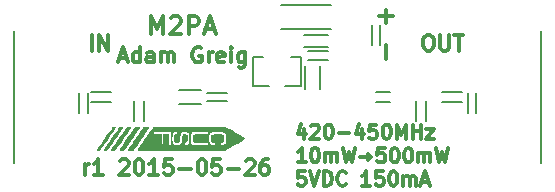
<source format=gto>
G04 #@! TF.FileFunction,Legend,Top*
%FSLAX46Y46*%
G04 Gerber Fmt 4.6, Leading zero omitted, Abs format (unit mm)*
G04 Created by KiCad (PCBNEW 0.201505031001+5637~23~ubuntu14.04.1-product) date Tue 26 May 2015 22:06:30 BST*
%MOMM*%
G01*
G04 APERTURE LIST*
%ADD10C,0.100000*%
%ADD11C,0.300000*%
%ADD12C,0.150000*%
G04 APERTURE END LIST*
D10*
D11*
X125645239Y-83716667D02*
X126264287Y-83716667D01*
X125521430Y-84088095D02*
X125954763Y-82788095D01*
X126388096Y-84088095D01*
X127378573Y-84088095D02*
X127378573Y-82788095D01*
X127378573Y-84026190D02*
X127254763Y-84088095D01*
X127007144Y-84088095D01*
X126883335Y-84026190D01*
X126821430Y-83964286D01*
X126759525Y-83840476D01*
X126759525Y-83469048D01*
X126821430Y-83345238D01*
X126883335Y-83283333D01*
X127007144Y-83221429D01*
X127254763Y-83221429D01*
X127378573Y-83283333D01*
X128554763Y-84088095D02*
X128554763Y-83407143D01*
X128492858Y-83283333D01*
X128369048Y-83221429D01*
X128121429Y-83221429D01*
X127997620Y-83283333D01*
X128554763Y-84026190D02*
X128430953Y-84088095D01*
X128121429Y-84088095D01*
X127997620Y-84026190D01*
X127935715Y-83902381D01*
X127935715Y-83778571D01*
X127997620Y-83654762D01*
X128121429Y-83592857D01*
X128430953Y-83592857D01*
X128554763Y-83530952D01*
X129173810Y-84088095D02*
X129173810Y-83221429D01*
X129173810Y-83345238D02*
X129235715Y-83283333D01*
X129359524Y-83221429D01*
X129545238Y-83221429D01*
X129669048Y-83283333D01*
X129730953Y-83407143D01*
X129730953Y-84088095D01*
X129730953Y-83407143D02*
X129792857Y-83283333D01*
X129916667Y-83221429D01*
X130102381Y-83221429D01*
X130226191Y-83283333D01*
X130288096Y-83407143D01*
X130288096Y-84088095D01*
X132578571Y-82850000D02*
X132454762Y-82788095D01*
X132269047Y-82788095D01*
X132083333Y-82850000D01*
X131959524Y-82973810D01*
X131897619Y-83097619D01*
X131835714Y-83345238D01*
X131835714Y-83530952D01*
X131897619Y-83778571D01*
X131959524Y-83902381D01*
X132083333Y-84026190D01*
X132269047Y-84088095D01*
X132392857Y-84088095D01*
X132578571Y-84026190D01*
X132640476Y-83964286D01*
X132640476Y-83530952D01*
X132392857Y-83530952D01*
X133197619Y-84088095D02*
X133197619Y-83221429D01*
X133197619Y-83469048D02*
X133259524Y-83345238D01*
X133321428Y-83283333D01*
X133445238Y-83221429D01*
X133569047Y-83221429D01*
X134497619Y-84026190D02*
X134373809Y-84088095D01*
X134126190Y-84088095D01*
X134002381Y-84026190D01*
X133940476Y-83902381D01*
X133940476Y-83407143D01*
X134002381Y-83283333D01*
X134126190Y-83221429D01*
X134373809Y-83221429D01*
X134497619Y-83283333D01*
X134559524Y-83407143D01*
X134559524Y-83530952D01*
X133940476Y-83654762D01*
X135116667Y-84088095D02*
X135116667Y-83221429D01*
X135116667Y-82788095D02*
X135054762Y-82850000D01*
X135116667Y-82911905D01*
X135178572Y-82850000D01*
X135116667Y-82788095D01*
X135116667Y-82911905D01*
X136292858Y-83221429D02*
X136292858Y-84273810D01*
X136230953Y-84397619D01*
X136169048Y-84459524D01*
X136045239Y-84521429D01*
X135859524Y-84521429D01*
X135735715Y-84459524D01*
X136292858Y-84026190D02*
X136169048Y-84088095D01*
X135921429Y-84088095D01*
X135797620Y-84026190D01*
X135735715Y-83964286D01*
X135673810Y-83840476D01*
X135673810Y-83469048D01*
X135735715Y-83345238D01*
X135797620Y-83283333D01*
X135921429Y-83221429D01*
X136169048Y-83221429D01*
X136292858Y-83283333D01*
X122730954Y-93588095D02*
X122730954Y-92721429D01*
X122730954Y-92969048D02*
X122792859Y-92845238D01*
X122854763Y-92783333D01*
X122978573Y-92721429D01*
X123102382Y-92721429D01*
X124216668Y-93588095D02*
X123473811Y-93588095D01*
X123845240Y-93588095D02*
X123845240Y-92288095D01*
X123721430Y-92473810D01*
X123597621Y-92597619D01*
X123473811Y-92659524D01*
X125702382Y-92411905D02*
X125764287Y-92350000D01*
X125888096Y-92288095D01*
X126197620Y-92288095D01*
X126321430Y-92350000D01*
X126383334Y-92411905D01*
X126445239Y-92535714D01*
X126445239Y-92659524D01*
X126383334Y-92845238D01*
X125640477Y-93588095D01*
X126445239Y-93588095D01*
X127250001Y-92288095D02*
X127373810Y-92288095D01*
X127497620Y-92350000D01*
X127559525Y-92411905D01*
X127621429Y-92535714D01*
X127683334Y-92783333D01*
X127683334Y-93092857D01*
X127621429Y-93340476D01*
X127559525Y-93464286D01*
X127497620Y-93526190D01*
X127373810Y-93588095D01*
X127250001Y-93588095D01*
X127126191Y-93526190D01*
X127064287Y-93464286D01*
X127002382Y-93340476D01*
X126940477Y-93092857D01*
X126940477Y-92783333D01*
X127002382Y-92535714D01*
X127064287Y-92411905D01*
X127126191Y-92350000D01*
X127250001Y-92288095D01*
X128921429Y-93588095D02*
X128178572Y-93588095D01*
X128550001Y-93588095D02*
X128550001Y-92288095D01*
X128426191Y-92473810D01*
X128302382Y-92597619D01*
X128178572Y-92659524D01*
X130097619Y-92288095D02*
X129478572Y-92288095D01*
X129416667Y-92907143D01*
X129478572Y-92845238D01*
X129602381Y-92783333D01*
X129911905Y-92783333D01*
X130035715Y-92845238D01*
X130097619Y-92907143D01*
X130159524Y-93030952D01*
X130159524Y-93340476D01*
X130097619Y-93464286D01*
X130035715Y-93526190D01*
X129911905Y-93588095D01*
X129602381Y-93588095D01*
X129478572Y-93526190D01*
X129416667Y-93464286D01*
X130716667Y-93092857D02*
X131707143Y-93092857D01*
X132573810Y-92288095D02*
X132697619Y-92288095D01*
X132821429Y-92350000D01*
X132883334Y-92411905D01*
X132945238Y-92535714D01*
X133007143Y-92783333D01*
X133007143Y-93092857D01*
X132945238Y-93340476D01*
X132883334Y-93464286D01*
X132821429Y-93526190D01*
X132697619Y-93588095D01*
X132573810Y-93588095D01*
X132450000Y-93526190D01*
X132388096Y-93464286D01*
X132326191Y-93340476D01*
X132264286Y-93092857D01*
X132264286Y-92783333D01*
X132326191Y-92535714D01*
X132388096Y-92411905D01*
X132450000Y-92350000D01*
X132573810Y-92288095D01*
X134183333Y-92288095D02*
X133564286Y-92288095D01*
X133502381Y-92907143D01*
X133564286Y-92845238D01*
X133688095Y-92783333D01*
X133997619Y-92783333D01*
X134121429Y-92845238D01*
X134183333Y-92907143D01*
X134245238Y-93030952D01*
X134245238Y-93340476D01*
X134183333Y-93464286D01*
X134121429Y-93526190D01*
X133997619Y-93588095D01*
X133688095Y-93588095D01*
X133564286Y-93526190D01*
X133502381Y-93464286D01*
X134802381Y-93092857D02*
X135792857Y-93092857D01*
X136350000Y-92411905D02*
X136411905Y-92350000D01*
X136535714Y-92288095D01*
X136845238Y-92288095D01*
X136969048Y-92350000D01*
X137030952Y-92411905D01*
X137092857Y-92535714D01*
X137092857Y-92659524D01*
X137030952Y-92845238D01*
X136288095Y-93588095D01*
X137092857Y-93588095D01*
X138207143Y-92288095D02*
X137959524Y-92288095D01*
X137835714Y-92350000D01*
X137773809Y-92411905D01*
X137650000Y-92597619D01*
X137588095Y-92845238D01*
X137588095Y-93340476D01*
X137650000Y-93464286D01*
X137711905Y-93526190D01*
X137835714Y-93588095D01*
X138083333Y-93588095D01*
X138207143Y-93526190D01*
X138269047Y-93464286D01*
X138330952Y-93340476D01*
X138330952Y-93030952D01*
X138269047Y-92907143D01*
X138207143Y-92845238D01*
X138083333Y-92783333D01*
X137835714Y-92783333D01*
X137711905Y-92845238D01*
X137650000Y-92907143D01*
X137588095Y-93030952D01*
X151700000Y-81788095D02*
X151947619Y-81788095D01*
X152071428Y-81850000D01*
X152195238Y-81973810D01*
X152257143Y-82221429D01*
X152257143Y-82654762D01*
X152195238Y-82902381D01*
X152071428Y-83026190D01*
X151947619Y-83088095D01*
X151700000Y-83088095D01*
X151576190Y-83026190D01*
X151452381Y-82902381D01*
X151390476Y-82654762D01*
X151390476Y-82221429D01*
X151452381Y-81973810D01*
X151576190Y-81850000D01*
X151700000Y-81788095D01*
X152814286Y-81788095D02*
X152814286Y-82840476D01*
X152876191Y-82964286D01*
X152938095Y-83026190D01*
X153061905Y-83088095D01*
X153309524Y-83088095D01*
X153433333Y-83026190D01*
X153495238Y-82964286D01*
X153557143Y-82840476D01*
X153557143Y-81788095D01*
X153990477Y-81788095D02*
X154733334Y-81788095D01*
X154361905Y-83088095D02*
X154361905Y-81788095D01*
X123319048Y-83088095D02*
X123319048Y-81788095D01*
X123938096Y-83088095D02*
X123938096Y-81788095D01*
X124680953Y-83088095D01*
X124680953Y-81788095D01*
X141300000Y-89762857D02*
X141300000Y-90562857D01*
X141014286Y-89305714D02*
X140728571Y-90162857D01*
X141471429Y-90162857D01*
X141871428Y-89477143D02*
X141928571Y-89420000D01*
X142042857Y-89362857D01*
X142328571Y-89362857D01*
X142442857Y-89420000D01*
X142500000Y-89477143D01*
X142557143Y-89591429D01*
X142557143Y-89705714D01*
X142500000Y-89877143D01*
X141814286Y-90562857D01*
X142557143Y-90562857D01*
X143300000Y-89362857D02*
X143414285Y-89362857D01*
X143528571Y-89420000D01*
X143585714Y-89477143D01*
X143642857Y-89591429D01*
X143700000Y-89820000D01*
X143700000Y-90105714D01*
X143642857Y-90334286D01*
X143585714Y-90448571D01*
X143528571Y-90505714D01*
X143414285Y-90562857D01*
X143300000Y-90562857D01*
X143185714Y-90505714D01*
X143128571Y-90448571D01*
X143071428Y-90334286D01*
X143014285Y-90105714D01*
X143014285Y-89820000D01*
X143071428Y-89591429D01*
X143128571Y-89477143D01*
X143185714Y-89420000D01*
X143300000Y-89362857D01*
X144214285Y-90105714D02*
X145128571Y-90105714D01*
X146214285Y-89762857D02*
X146214285Y-90562857D01*
X145928571Y-89305714D02*
X145642856Y-90162857D01*
X146385714Y-90162857D01*
X147414285Y-89362857D02*
X146842856Y-89362857D01*
X146785713Y-89934286D01*
X146842856Y-89877143D01*
X146957142Y-89820000D01*
X147242856Y-89820000D01*
X147357142Y-89877143D01*
X147414285Y-89934286D01*
X147471428Y-90048571D01*
X147471428Y-90334286D01*
X147414285Y-90448571D01*
X147357142Y-90505714D01*
X147242856Y-90562857D01*
X146957142Y-90562857D01*
X146842856Y-90505714D01*
X146785713Y-90448571D01*
X148214285Y-89362857D02*
X148328570Y-89362857D01*
X148442856Y-89420000D01*
X148499999Y-89477143D01*
X148557142Y-89591429D01*
X148614285Y-89820000D01*
X148614285Y-90105714D01*
X148557142Y-90334286D01*
X148499999Y-90448571D01*
X148442856Y-90505714D01*
X148328570Y-90562857D01*
X148214285Y-90562857D01*
X148099999Y-90505714D01*
X148042856Y-90448571D01*
X147985713Y-90334286D01*
X147928570Y-90105714D01*
X147928570Y-89820000D01*
X147985713Y-89591429D01*
X148042856Y-89477143D01*
X148099999Y-89420000D01*
X148214285Y-89362857D01*
X149128570Y-90562857D02*
X149128570Y-89362857D01*
X149528570Y-90220000D01*
X149928570Y-89362857D01*
X149928570Y-90562857D01*
X150499999Y-90562857D02*
X150499999Y-89362857D01*
X150499999Y-89934286D02*
X151185714Y-89934286D01*
X151185714Y-90562857D02*
X151185714Y-89362857D01*
X151642857Y-89762857D02*
X152271428Y-89762857D01*
X151642857Y-90562857D01*
X152271428Y-90562857D01*
X141414286Y-92542857D02*
X140728571Y-92542857D01*
X141071429Y-92542857D02*
X141071429Y-91342857D01*
X140957143Y-91514286D01*
X140842857Y-91628571D01*
X140728571Y-91685714D01*
X142157143Y-91342857D02*
X142271428Y-91342857D01*
X142385714Y-91400000D01*
X142442857Y-91457143D01*
X142500000Y-91571429D01*
X142557143Y-91800000D01*
X142557143Y-92085714D01*
X142500000Y-92314286D01*
X142442857Y-92428571D01*
X142385714Y-92485714D01*
X142271428Y-92542857D01*
X142157143Y-92542857D01*
X142042857Y-92485714D01*
X141985714Y-92428571D01*
X141928571Y-92314286D01*
X141871428Y-92085714D01*
X141871428Y-91800000D01*
X141928571Y-91571429D01*
X141985714Y-91457143D01*
X142042857Y-91400000D01*
X142157143Y-91342857D01*
X143071428Y-92542857D02*
X143071428Y-91742857D01*
X143071428Y-91857143D02*
X143128571Y-91800000D01*
X143242857Y-91742857D01*
X143414285Y-91742857D01*
X143528571Y-91800000D01*
X143585714Y-91914286D01*
X143585714Y-92542857D01*
X143585714Y-91914286D02*
X143642857Y-91800000D01*
X143757143Y-91742857D01*
X143928571Y-91742857D01*
X144042857Y-91800000D01*
X144100000Y-91914286D01*
X144100000Y-92542857D01*
X144557143Y-91342857D02*
X144842857Y-92542857D01*
X145071428Y-91685714D01*
X145300000Y-92542857D01*
X145585714Y-91342857D01*
X146042857Y-92085714D02*
X146957143Y-92085714D01*
X146728572Y-92314286D02*
X146957143Y-92085714D01*
X146728572Y-91857143D01*
X148100000Y-91342857D02*
X147528571Y-91342857D01*
X147471428Y-91914286D01*
X147528571Y-91857143D01*
X147642857Y-91800000D01*
X147928571Y-91800000D01*
X148042857Y-91857143D01*
X148100000Y-91914286D01*
X148157143Y-92028571D01*
X148157143Y-92314286D01*
X148100000Y-92428571D01*
X148042857Y-92485714D01*
X147928571Y-92542857D01*
X147642857Y-92542857D01*
X147528571Y-92485714D01*
X147471428Y-92428571D01*
X148900000Y-91342857D02*
X149014285Y-91342857D01*
X149128571Y-91400000D01*
X149185714Y-91457143D01*
X149242857Y-91571429D01*
X149300000Y-91800000D01*
X149300000Y-92085714D01*
X149242857Y-92314286D01*
X149185714Y-92428571D01*
X149128571Y-92485714D01*
X149014285Y-92542857D01*
X148900000Y-92542857D01*
X148785714Y-92485714D01*
X148728571Y-92428571D01*
X148671428Y-92314286D01*
X148614285Y-92085714D01*
X148614285Y-91800000D01*
X148671428Y-91571429D01*
X148728571Y-91457143D01*
X148785714Y-91400000D01*
X148900000Y-91342857D01*
X150042857Y-91342857D02*
X150157142Y-91342857D01*
X150271428Y-91400000D01*
X150328571Y-91457143D01*
X150385714Y-91571429D01*
X150442857Y-91800000D01*
X150442857Y-92085714D01*
X150385714Y-92314286D01*
X150328571Y-92428571D01*
X150271428Y-92485714D01*
X150157142Y-92542857D01*
X150042857Y-92542857D01*
X149928571Y-92485714D01*
X149871428Y-92428571D01*
X149814285Y-92314286D01*
X149757142Y-92085714D01*
X149757142Y-91800000D01*
X149814285Y-91571429D01*
X149871428Y-91457143D01*
X149928571Y-91400000D01*
X150042857Y-91342857D01*
X150957142Y-92542857D02*
X150957142Y-91742857D01*
X150957142Y-91857143D02*
X151014285Y-91800000D01*
X151128571Y-91742857D01*
X151299999Y-91742857D01*
X151414285Y-91800000D01*
X151471428Y-91914286D01*
X151471428Y-92542857D01*
X151471428Y-91914286D02*
X151528571Y-91800000D01*
X151642857Y-91742857D01*
X151814285Y-91742857D01*
X151928571Y-91800000D01*
X151985714Y-91914286D01*
X151985714Y-92542857D01*
X152442857Y-91342857D02*
X152728571Y-92542857D01*
X152957142Y-91685714D01*
X153185714Y-92542857D01*
X153471428Y-91342857D01*
X141357143Y-93322857D02*
X140785714Y-93322857D01*
X140728571Y-93894286D01*
X140785714Y-93837143D01*
X140900000Y-93780000D01*
X141185714Y-93780000D01*
X141300000Y-93837143D01*
X141357143Y-93894286D01*
X141414286Y-94008571D01*
X141414286Y-94294286D01*
X141357143Y-94408571D01*
X141300000Y-94465714D01*
X141185714Y-94522857D01*
X140900000Y-94522857D01*
X140785714Y-94465714D01*
X140728571Y-94408571D01*
X141757143Y-93322857D02*
X142157143Y-94522857D01*
X142557143Y-93322857D01*
X142957142Y-94522857D02*
X142957142Y-93322857D01*
X143242857Y-93322857D01*
X143414285Y-93380000D01*
X143528571Y-93494286D01*
X143585714Y-93608571D01*
X143642857Y-93837143D01*
X143642857Y-94008571D01*
X143585714Y-94237143D01*
X143528571Y-94351429D01*
X143414285Y-94465714D01*
X143242857Y-94522857D01*
X142957142Y-94522857D01*
X144842857Y-94408571D02*
X144785714Y-94465714D01*
X144614285Y-94522857D01*
X144499999Y-94522857D01*
X144328571Y-94465714D01*
X144214285Y-94351429D01*
X144157142Y-94237143D01*
X144099999Y-94008571D01*
X144099999Y-93837143D01*
X144157142Y-93608571D01*
X144214285Y-93494286D01*
X144328571Y-93380000D01*
X144499999Y-93322857D01*
X144614285Y-93322857D01*
X144785714Y-93380000D01*
X144842857Y-93437143D01*
X146900000Y-94522857D02*
X146214285Y-94522857D01*
X146557143Y-94522857D02*
X146557143Y-93322857D01*
X146442857Y-93494286D01*
X146328571Y-93608571D01*
X146214285Y-93665714D01*
X147985714Y-93322857D02*
X147414285Y-93322857D01*
X147357142Y-93894286D01*
X147414285Y-93837143D01*
X147528571Y-93780000D01*
X147814285Y-93780000D01*
X147928571Y-93837143D01*
X147985714Y-93894286D01*
X148042857Y-94008571D01*
X148042857Y-94294286D01*
X147985714Y-94408571D01*
X147928571Y-94465714D01*
X147814285Y-94522857D01*
X147528571Y-94522857D01*
X147414285Y-94465714D01*
X147357142Y-94408571D01*
X148785714Y-93322857D02*
X148899999Y-93322857D01*
X149014285Y-93380000D01*
X149071428Y-93437143D01*
X149128571Y-93551429D01*
X149185714Y-93780000D01*
X149185714Y-94065714D01*
X149128571Y-94294286D01*
X149071428Y-94408571D01*
X149014285Y-94465714D01*
X148899999Y-94522857D01*
X148785714Y-94522857D01*
X148671428Y-94465714D01*
X148614285Y-94408571D01*
X148557142Y-94294286D01*
X148499999Y-94065714D01*
X148499999Y-93780000D01*
X148557142Y-93551429D01*
X148614285Y-93437143D01*
X148671428Y-93380000D01*
X148785714Y-93322857D01*
X149699999Y-94522857D02*
X149699999Y-93722857D01*
X149699999Y-93837143D02*
X149757142Y-93780000D01*
X149871428Y-93722857D01*
X150042856Y-93722857D01*
X150157142Y-93780000D01*
X150214285Y-93894286D01*
X150214285Y-94522857D01*
X150214285Y-93894286D02*
X150271428Y-93780000D01*
X150385714Y-93722857D01*
X150557142Y-93722857D01*
X150671428Y-93780000D01*
X150728571Y-93894286D01*
X150728571Y-94522857D01*
X151242856Y-94180000D02*
X151814285Y-94180000D01*
X151128571Y-94522857D02*
X151528571Y-93322857D01*
X151928571Y-94522857D01*
X148207143Y-83771428D02*
X148207143Y-82628571D01*
X148207143Y-80771428D02*
X148207143Y-79628571D01*
X148778571Y-80200000D02*
X147635714Y-80200000D01*
X128357143Y-81678571D02*
X128357143Y-80178571D01*
X128857143Y-81250000D01*
X129357143Y-80178571D01*
X129357143Y-81678571D01*
X130000000Y-80321429D02*
X130071429Y-80250000D01*
X130214286Y-80178571D01*
X130571429Y-80178571D01*
X130714286Y-80250000D01*
X130785715Y-80321429D01*
X130857143Y-80464286D01*
X130857143Y-80607143D01*
X130785715Y-80821429D01*
X129928572Y-81678571D01*
X130857143Y-81678571D01*
X131500000Y-81678571D02*
X131500000Y-80178571D01*
X132071428Y-80178571D01*
X132214286Y-80250000D01*
X132285714Y-80321429D01*
X132357143Y-80464286D01*
X132357143Y-80678571D01*
X132285714Y-80821429D01*
X132214286Y-80892857D01*
X132071428Y-80964286D01*
X131500000Y-80964286D01*
X132928571Y-81250000D02*
X133642857Y-81250000D01*
X132785714Y-81678571D02*
X133285714Y-80178571D01*
X133785714Y-81678571D01*
D12*
X124950000Y-86600000D02*
X123250000Y-86600000D01*
X124950000Y-87400000D02*
X123250000Y-87400000D01*
X127710000Y-89040000D02*
X127710000Y-87340000D01*
X126910000Y-89040000D02*
X126910000Y-87340000D01*
X143350000Y-83100000D02*
X141650000Y-83100000D01*
X143350000Y-83900000D02*
X141650000Y-83900000D01*
X141250000Y-81750000D02*
X143350000Y-81750000D01*
X143350000Y-82750000D02*
X141250000Y-82750000D01*
X151580000Y-89050000D02*
X151580000Y-87350000D01*
X150780000Y-89050000D02*
X150780000Y-87350000D01*
X143600000Y-79250000D02*
X139300000Y-79250000D01*
X143600000Y-81250000D02*
X139300000Y-81250000D01*
X152950000Y-87400000D02*
X154650000Y-87400000D01*
X152950000Y-86600000D02*
X154650000Y-86600000D01*
X122250000Y-86700000D02*
X122250000Y-88400000D01*
X122950000Y-86700000D02*
X122950000Y-88400000D01*
X155150000Y-86700000D02*
X155150000Y-88400000D01*
X155850000Y-86700000D02*
X155850000Y-88400000D01*
X132590000Y-86400000D02*
X130690000Y-86400000D01*
X132590000Y-87600000D02*
X130690000Y-87600000D01*
X142600000Y-86300000D02*
X142600000Y-84400000D01*
X141400000Y-86300000D02*
X141400000Y-84400000D01*
X148560000Y-86600000D02*
X147360000Y-86600000D01*
X148560000Y-87400000D02*
X147360000Y-87400000D01*
X134750000Y-86650000D02*
X133050000Y-86650000D01*
X134750000Y-87350000D02*
X133050000Y-87350000D01*
X147050000Y-80900000D02*
X147050000Y-82600000D01*
X147750000Y-80900000D02*
X147750000Y-82600000D01*
X161367000Y-81412000D02*
X161367000Y-92588000D01*
X116733000Y-92588000D02*
X116733000Y-81412000D01*
X140500000Y-86100000D02*
X141000000Y-86100000D01*
X141000000Y-86100000D02*
X141000000Y-83600000D01*
X141000000Y-83600000D02*
X140500000Y-83600000D01*
X137500000Y-83600000D02*
X137000000Y-83600000D01*
X137000000Y-83600000D02*
X137000000Y-86100000D01*
X137000000Y-86100000D02*
X137500000Y-86100000D01*
X140500000Y-86100000D02*
X139700000Y-86100000D01*
X137500000Y-86100000D02*
X138300000Y-86100000D01*
X140200000Y-83600000D02*
X140500000Y-83600000D01*
X137500000Y-83600000D02*
X137800000Y-83600000D01*
D10*
G36*
X123861125Y-91495736D02*
X123812254Y-91493366D01*
X123781511Y-91472523D01*
X123777000Y-91454842D01*
X123788793Y-91430121D01*
X123822645Y-91374208D01*
X123876267Y-91290543D01*
X123947367Y-91182563D01*
X124033657Y-91053707D01*
X124132845Y-90907414D01*
X124242643Y-90747121D01*
X124360760Y-90576267D01*
X124393760Y-90528800D01*
X124515328Y-90354527D01*
X124631056Y-90189338D01*
X124738420Y-90036790D01*
X124834892Y-89900440D01*
X124917946Y-89783844D01*
X124985057Y-89690559D01*
X125033698Y-89624142D01*
X125061343Y-89588149D01*
X125064470Y-89584542D01*
X125126125Y-89538296D01*
X125191011Y-89526334D01*
X125239424Y-89529800D01*
X125256469Y-89545620D01*
X125254435Y-89574288D01*
X125241190Y-89598883D01*
X125206332Y-89654107D01*
X125152613Y-89735971D01*
X125082789Y-89840488D01*
X124999612Y-89963669D01*
X124905837Y-90101526D01*
X124804217Y-90250070D01*
X124697505Y-90405314D01*
X124588457Y-90563270D01*
X124479825Y-90719948D01*
X124374363Y-90871361D01*
X124274825Y-91013521D01*
X124183965Y-91142440D01*
X124104536Y-91254128D01*
X124039293Y-91344598D01*
X123990988Y-91409862D01*
X123962377Y-91445932D01*
X123961230Y-91447209D01*
X123915118Y-91480170D01*
X123861125Y-91495736D01*
X123861125Y-91495736D01*
X123861125Y-91495736D01*
G37*
X123861125Y-91495736D02*
X123812254Y-91493366D01*
X123781511Y-91472523D01*
X123777000Y-91454842D01*
X123788793Y-91430121D01*
X123822645Y-91374208D01*
X123876267Y-91290543D01*
X123947367Y-91182563D01*
X124033657Y-91053707D01*
X124132845Y-90907414D01*
X124242643Y-90747121D01*
X124360760Y-90576267D01*
X124393760Y-90528800D01*
X124515328Y-90354527D01*
X124631056Y-90189338D01*
X124738420Y-90036790D01*
X124834892Y-89900440D01*
X124917946Y-89783844D01*
X124985057Y-89690559D01*
X125033698Y-89624142D01*
X125061343Y-89588149D01*
X125064470Y-89584542D01*
X125126125Y-89538296D01*
X125191011Y-89526334D01*
X125239424Y-89529800D01*
X125256469Y-89545620D01*
X125254435Y-89574288D01*
X125241190Y-89598883D01*
X125206332Y-89654107D01*
X125152613Y-89735971D01*
X125082789Y-89840488D01*
X124999612Y-89963669D01*
X124905837Y-90101526D01*
X124804217Y-90250070D01*
X124697505Y-90405314D01*
X124588457Y-90563270D01*
X124479825Y-90719948D01*
X124374363Y-90871361D01*
X124274825Y-91013521D01*
X124183965Y-91142440D01*
X124104536Y-91254128D01*
X124039293Y-91344598D01*
X123990988Y-91409862D01*
X123962377Y-91445932D01*
X123961230Y-91447209D01*
X123915118Y-91480170D01*
X123861125Y-91495736D01*
X123861125Y-91495736D01*
G36*
X124405199Y-91496748D02*
X124363274Y-91483434D01*
X124348500Y-91457253D01*
X124360305Y-91433072D01*
X124394205Y-91377671D01*
X124447925Y-91294447D01*
X124519191Y-91186797D01*
X124605730Y-91058118D01*
X124705268Y-90911806D01*
X124815531Y-90751259D01*
X124934244Y-90579873D01*
X124975506Y-90520628D01*
X125097764Y-90345603D01*
X125213814Y-90180001D01*
X125321198Y-90027289D01*
X125417461Y-89890936D01*
X125500147Y-89774410D01*
X125566798Y-89681180D01*
X125614959Y-89614714D01*
X125642174Y-89578480D01*
X125645945Y-89573959D01*
X125689272Y-89544669D01*
X125746550Y-89527541D01*
X125804794Y-89523346D01*
X125851022Y-89532852D01*
X125872249Y-89556834D01*
X125872500Y-89560508D01*
X125860743Y-89583315D01*
X125827286Y-89636766D01*
X125774853Y-89716927D01*
X125706165Y-89819864D01*
X125623946Y-89941641D01*
X125530918Y-90078326D01*
X125429804Y-90225982D01*
X125323326Y-90380677D01*
X125214208Y-90538476D01*
X125105172Y-90695444D01*
X124998940Y-90847647D01*
X124898235Y-90991151D01*
X124805781Y-91122021D01*
X124724299Y-91236324D01*
X124656512Y-91330124D01*
X124605144Y-91399488D01*
X124572915Y-91440480D01*
X124566849Y-91447209D01*
X124519770Y-91478047D01*
X124461626Y-91494756D01*
X124405199Y-91496748D01*
X124405199Y-91496748D01*
X124405199Y-91496748D01*
G37*
X124405199Y-91496748D02*
X124363274Y-91483434D01*
X124348500Y-91457253D01*
X124360305Y-91433072D01*
X124394205Y-91377671D01*
X124447925Y-91294447D01*
X124519191Y-91186797D01*
X124605730Y-91058118D01*
X124705268Y-90911806D01*
X124815531Y-90751259D01*
X124934244Y-90579873D01*
X124975506Y-90520628D01*
X125097764Y-90345603D01*
X125213814Y-90180001D01*
X125321198Y-90027289D01*
X125417461Y-89890936D01*
X125500147Y-89774410D01*
X125566798Y-89681180D01*
X125614959Y-89614714D01*
X125642174Y-89578480D01*
X125645945Y-89573959D01*
X125689272Y-89544669D01*
X125746550Y-89527541D01*
X125804794Y-89523346D01*
X125851022Y-89532852D01*
X125872249Y-89556834D01*
X125872500Y-89560508D01*
X125860743Y-89583315D01*
X125827286Y-89636766D01*
X125774853Y-89716927D01*
X125706165Y-89819864D01*
X125623946Y-89941641D01*
X125530918Y-90078326D01*
X125429804Y-90225982D01*
X125323326Y-90380677D01*
X125214208Y-90538476D01*
X125105172Y-90695444D01*
X124998940Y-90847647D01*
X124898235Y-90991151D01*
X124805781Y-91122021D01*
X124724299Y-91236324D01*
X124656512Y-91330124D01*
X124605144Y-91399488D01*
X124572915Y-91440480D01*
X124566849Y-91447209D01*
X124519770Y-91478047D01*
X124461626Y-91494756D01*
X124405199Y-91496748D01*
X124405199Y-91496748D01*
G36*
X125074040Y-91494834D02*
X125007950Y-91492604D01*
X124974177Y-91483617D01*
X124962839Y-91464423D01*
X124962333Y-91455856D01*
X124974141Y-91431394D01*
X125008046Y-91375726D01*
X125061772Y-91292258D01*
X125133042Y-91184395D01*
X125219579Y-91055543D01*
X125319109Y-90909109D01*
X125429353Y-90748499D01*
X125548035Y-90577118D01*
X125588349Y-90519231D01*
X125710568Y-90344292D01*
X125826642Y-90178747D01*
X125934103Y-90026074D01*
X126030486Y-89889748D01*
X126113324Y-89773246D01*
X126180150Y-89680046D01*
X126228497Y-89613623D01*
X126255898Y-89577456D01*
X126259654Y-89573038D01*
X126293460Y-89544389D01*
X126334608Y-89531232D01*
X126398226Y-89529624D01*
X126422096Y-89530705D01*
X126489557Y-89536162D01*
X126524587Y-89546180D01*
X126537089Y-89565065D01*
X126537941Y-89581081D01*
X126525834Y-89606579D01*
X126491880Y-89662554D01*
X126438839Y-89745032D01*
X126369468Y-89850040D01*
X126286528Y-89973606D01*
X126192775Y-90111756D01*
X126090970Y-90260519D01*
X125983870Y-90415920D01*
X125874235Y-90573989D01*
X125764822Y-90730751D01*
X125658391Y-90882233D01*
X125557700Y-91024464D01*
X125465508Y-91153471D01*
X125384574Y-91265280D01*
X125317656Y-91355919D01*
X125267513Y-91421415D01*
X125236903Y-91457795D01*
X125231119Y-91463054D01*
X125179605Y-91483116D01*
X125104088Y-91493914D01*
X125074040Y-91494834D01*
X125074040Y-91494834D01*
X125074040Y-91494834D01*
G37*
X125074040Y-91494834D02*
X125007950Y-91492604D01*
X124974177Y-91483617D01*
X124962839Y-91464423D01*
X124962333Y-91455856D01*
X124974141Y-91431394D01*
X125008046Y-91375726D01*
X125061772Y-91292258D01*
X125133042Y-91184395D01*
X125219579Y-91055543D01*
X125319109Y-90909109D01*
X125429353Y-90748499D01*
X125548035Y-90577118D01*
X125588349Y-90519231D01*
X125710568Y-90344292D01*
X125826642Y-90178747D01*
X125934103Y-90026074D01*
X126030486Y-89889748D01*
X126113324Y-89773246D01*
X126180150Y-89680046D01*
X126228497Y-89613623D01*
X126255898Y-89577456D01*
X126259654Y-89573038D01*
X126293460Y-89544389D01*
X126334608Y-89531232D01*
X126398226Y-89529624D01*
X126422096Y-89530705D01*
X126489557Y-89536162D01*
X126524587Y-89546180D01*
X126537089Y-89565065D01*
X126537941Y-89581081D01*
X126525834Y-89606579D01*
X126491880Y-89662554D01*
X126438839Y-89745032D01*
X126369468Y-89850040D01*
X126286528Y-89973606D01*
X126192775Y-90111756D01*
X126090970Y-90260519D01*
X125983870Y-90415920D01*
X125874235Y-90573989D01*
X125764822Y-90730751D01*
X125658391Y-90882233D01*
X125557700Y-91024464D01*
X125465508Y-91153471D01*
X125384574Y-91265280D01*
X125317656Y-91355919D01*
X125267513Y-91421415D01*
X125236903Y-91457795D01*
X125231119Y-91463054D01*
X125179605Y-91483116D01*
X125104088Y-91493914D01*
X125074040Y-91494834D01*
X125074040Y-91494834D01*
G36*
X125886595Y-91492199D02*
X125810003Y-91490412D01*
X125809728Y-91490400D01*
X125729611Y-91484093D01*
X125684285Y-91472762D01*
X125666317Y-91454411D01*
X125665661Y-91451719D01*
X125676243Y-91428535D01*
X125708946Y-91374105D01*
X125761524Y-91291802D01*
X125831731Y-91185000D01*
X125917322Y-91057070D01*
X126016053Y-90911387D01*
X126125678Y-90751323D01*
X126243952Y-90580250D01*
X126285592Y-90520386D01*
X126407969Y-90345256D01*
X126524477Y-90179565D01*
X126632622Y-90026790D01*
X126729907Y-89890408D01*
X126813839Y-89773895D01*
X126881922Y-89680728D01*
X126931661Y-89614383D01*
X126960562Y-89578338D01*
X126964789Y-89573959D01*
X127006737Y-89545110D01*
X127059422Y-89530573D01*
X127137930Y-89526347D01*
X127144345Y-89526334D01*
X127228933Y-89531688D01*
X127275645Y-89549559D01*
X127287784Y-89582654D01*
X127270710Y-89629906D01*
X127250967Y-89661414D01*
X127209809Y-89723029D01*
X127150146Y-89810602D01*
X127074887Y-89919985D01*
X126986942Y-90047028D01*
X126889220Y-90187584D01*
X126784630Y-90337504D01*
X126676082Y-90492638D01*
X126566486Y-90648839D01*
X126458750Y-90801958D01*
X126355785Y-90947845D01*
X126260499Y-91082353D01*
X126175802Y-91201334D01*
X126104604Y-91300637D01*
X126049813Y-91376115D01*
X126014339Y-91423619D01*
X126003063Y-91437483D01*
X125969174Y-91469553D01*
X125935002Y-91486519D01*
X125886595Y-91492199D01*
X125886595Y-91492199D01*
X125886595Y-91492199D01*
G37*
X125886595Y-91492199D02*
X125810003Y-91490412D01*
X125809728Y-91490400D01*
X125729611Y-91484093D01*
X125684285Y-91472762D01*
X125666317Y-91454411D01*
X125665661Y-91451719D01*
X125676243Y-91428535D01*
X125708946Y-91374105D01*
X125761524Y-91291802D01*
X125831731Y-91185000D01*
X125917322Y-91057070D01*
X126016053Y-90911387D01*
X126125678Y-90751323D01*
X126243952Y-90580250D01*
X126285592Y-90520386D01*
X126407969Y-90345256D01*
X126524477Y-90179565D01*
X126632622Y-90026790D01*
X126729907Y-89890408D01*
X126813839Y-89773895D01*
X126881922Y-89680728D01*
X126931661Y-89614383D01*
X126960562Y-89578338D01*
X126964789Y-89573959D01*
X127006737Y-89545110D01*
X127059422Y-89530573D01*
X127137930Y-89526347D01*
X127144345Y-89526334D01*
X127228933Y-89531688D01*
X127275645Y-89549559D01*
X127287784Y-89582654D01*
X127270710Y-89629906D01*
X127250967Y-89661414D01*
X127209809Y-89723029D01*
X127150146Y-89810602D01*
X127074887Y-89919985D01*
X126986942Y-90047028D01*
X126889220Y-90187584D01*
X126784630Y-90337504D01*
X126676082Y-90492638D01*
X126566486Y-90648839D01*
X126458750Y-90801958D01*
X126355785Y-90947845D01*
X126260499Y-91082353D01*
X126175802Y-91201334D01*
X126104604Y-91300637D01*
X126049813Y-91376115D01*
X126014339Y-91423619D01*
X126003063Y-91437483D01*
X125969174Y-91469553D01*
X125935002Y-91486519D01*
X125886595Y-91492199D01*
X125886595Y-91492199D01*
G36*
X126636996Y-91492455D02*
X126568555Y-91490416D01*
X126478083Y-91484431D01*
X126415302Y-91474470D01*
X126387202Y-91461685D01*
X126386609Y-91460424D01*
X126394220Y-91433054D01*
X126421377Y-91381077D01*
X126462827Y-91314195D01*
X126478345Y-91291091D01*
X126620794Y-91083644D01*
X126763283Y-90877312D01*
X126903514Y-90675343D01*
X127039189Y-90480983D01*
X127168012Y-90297481D01*
X127287684Y-90128083D01*
X127395909Y-89976037D01*
X127490388Y-89844590D01*
X127568825Y-89736990D01*
X127628922Y-89656484D01*
X127668381Y-89606320D01*
X127678204Y-89595125D01*
X127713506Y-89560428D01*
X127746066Y-89539927D01*
X127788364Y-89529898D01*
X127852876Y-89526615D01*
X127908652Y-89526334D01*
X127991460Y-89527070D01*
X128040615Y-89530955D01*
X128064795Y-89540499D01*
X128072675Y-89558213D01*
X128073188Y-89573959D01*
X128061357Y-89598170D01*
X128027892Y-89653016D01*
X127975529Y-89734510D01*
X127907000Y-89838671D01*
X127825041Y-89961514D01*
X127732386Y-90099055D01*
X127631769Y-90247312D01*
X127525925Y-90402301D01*
X127417587Y-90560037D01*
X127309491Y-90716538D01*
X127204370Y-90867820D01*
X127104958Y-91009899D01*
X127013992Y-91138791D01*
X126934203Y-91250514D01*
X126868328Y-91341083D01*
X126819100Y-91406515D01*
X126794051Y-91437500D01*
X126766391Y-91466549D01*
X126738457Y-91483641D01*
X126699057Y-91491400D01*
X126636996Y-91492455D01*
X126636996Y-91492455D01*
X126636996Y-91492455D01*
G37*
X126636996Y-91492455D02*
X126568555Y-91490416D01*
X126478083Y-91484431D01*
X126415302Y-91474470D01*
X126387202Y-91461685D01*
X126386609Y-91460424D01*
X126394220Y-91433054D01*
X126421377Y-91381077D01*
X126462827Y-91314195D01*
X126478345Y-91291091D01*
X126620794Y-91083644D01*
X126763283Y-90877312D01*
X126903514Y-90675343D01*
X127039189Y-90480983D01*
X127168012Y-90297481D01*
X127287684Y-90128083D01*
X127395909Y-89976037D01*
X127490388Y-89844590D01*
X127568825Y-89736990D01*
X127628922Y-89656484D01*
X127668381Y-89606320D01*
X127678204Y-89595125D01*
X127713506Y-89560428D01*
X127746066Y-89539927D01*
X127788364Y-89529898D01*
X127852876Y-89526615D01*
X127908652Y-89526334D01*
X127991460Y-89527070D01*
X128040615Y-89530955D01*
X128064795Y-89540499D01*
X128072675Y-89558213D01*
X128073188Y-89573959D01*
X128061357Y-89598170D01*
X128027892Y-89653016D01*
X127975529Y-89734510D01*
X127907000Y-89838671D01*
X127825041Y-89961514D01*
X127732386Y-90099055D01*
X127631769Y-90247312D01*
X127525925Y-90402301D01*
X127417587Y-90560037D01*
X127309491Y-90716538D01*
X127204370Y-90867820D01*
X127104958Y-91009899D01*
X127013992Y-91138791D01*
X126934203Y-91250514D01*
X126868328Y-91341083D01*
X126819100Y-91406515D01*
X126794051Y-91437500D01*
X126766391Y-91466549D01*
X126738457Y-91483641D01*
X126699057Y-91491400D01*
X126636996Y-91492455D01*
X126636996Y-91492455D01*
G36*
X134512126Y-91494954D02*
X130864355Y-91489602D01*
X130403920Y-91488922D01*
X129983955Y-91488277D01*
X129602594Y-91487643D01*
X129257974Y-91486995D01*
X128948230Y-91486311D01*
X128671498Y-91485564D01*
X128425913Y-91484730D01*
X128209612Y-91483786D01*
X128020729Y-91482707D01*
X127857402Y-91481469D01*
X127717765Y-91480047D01*
X127599953Y-91478417D01*
X127502104Y-91476555D01*
X127422352Y-91474436D01*
X127358834Y-91472036D01*
X127309685Y-91469330D01*
X127273040Y-91466295D01*
X127247035Y-91462906D01*
X127229807Y-91459138D01*
X127219491Y-91454968D01*
X127214222Y-91450371D01*
X127212136Y-91445322D01*
X127211620Y-91441917D01*
X127222619Y-91414543D01*
X127257318Y-91354647D01*
X127314561Y-91263974D01*
X127393193Y-91144271D01*
X127409537Y-91119973D01*
X133704167Y-91119973D01*
X133704167Y-90979320D01*
X133704167Y-90838667D01*
X133631461Y-90838667D01*
X133534217Y-90826661D01*
X133462218Y-90792835D01*
X133430106Y-90756067D01*
X133411154Y-90696567D01*
X133398639Y-90610079D01*
X133393206Y-90511547D01*
X133395505Y-90415919D01*
X133406180Y-90338141D01*
X133411237Y-90320153D01*
X133431516Y-90274589D01*
X133461319Y-90239984D01*
X133506146Y-90214872D01*
X133571499Y-90197789D01*
X133662880Y-90187270D01*
X133785790Y-90181851D01*
X133937310Y-90180090D01*
X134100152Y-90181932D01*
X134225172Y-90189192D01*
X134316636Y-90202742D01*
X134378812Y-90223458D01*
X134415966Y-90252214D01*
X134430410Y-90281110D01*
X134451950Y-90373276D01*
X134460393Y-90454856D01*
X134457374Y-90547676D01*
X134453584Y-90590214D01*
X134437497Y-90694190D01*
X134410432Y-90762451D01*
X134367560Y-90801168D01*
X134304050Y-90816510D01*
X134275667Y-90817500D01*
X134191000Y-90817500D01*
X134191000Y-90957981D01*
X134191000Y-91098463D01*
X134324248Y-91087767D01*
X134442159Y-91070581D01*
X134532926Y-91037310D01*
X134599585Y-90983476D01*
X134645171Y-90904605D01*
X134672718Y-90796219D01*
X134685261Y-90653842D01*
X134686855Y-90552917D01*
X134681019Y-90375624D01*
X134663061Y-90234684D01*
X134630910Y-90125330D01*
X134582497Y-90042793D01*
X134515751Y-89982303D01*
X134428601Y-89939092D01*
X134418837Y-89935591D01*
X134329766Y-89914973D01*
X134209513Y-89901861D01*
X134067732Y-89895889D01*
X133914082Y-89896692D01*
X133758220Y-89903904D01*
X133609802Y-89917159D01*
X133478486Y-89936091D01*
X133373929Y-89960337D01*
X133329010Y-89976845D01*
X133272119Y-90022365D01*
X133221679Y-90098483D01*
X133184794Y-90193467D01*
X133176453Y-90228733D01*
X133163052Y-90333871D01*
X133157175Y-90463168D01*
X133158807Y-90599129D01*
X133167932Y-90724259D01*
X133176972Y-90786727D01*
X133194604Y-90865280D01*
X133215469Y-90934836D01*
X133228956Y-90967677D01*
X133284066Y-91028915D01*
X133376693Y-91073981D01*
X133504897Y-91102049D01*
X133556610Y-91107603D01*
X133704167Y-91119973D01*
X127409537Y-91119973D01*
X127410783Y-91118120D01*
X133132667Y-91118120D01*
X133132667Y-90978393D01*
X133132667Y-90838667D01*
X132619375Y-90837745D01*
X132425996Y-90836650D01*
X132270419Y-90833839D01*
X132148132Y-90828872D01*
X132054622Y-90821308D01*
X131985377Y-90810709D01*
X131935886Y-90796632D01*
X131901636Y-90778640D01*
X131887053Y-90766312D01*
X131869257Y-90726703D01*
X131856971Y-90656521D01*
X131850213Y-90567143D01*
X131849004Y-90469947D01*
X131853362Y-90376308D01*
X131863308Y-90297604D01*
X131878859Y-90245210D01*
X131886147Y-90234661D01*
X131913758Y-90213572D01*
X131952899Y-90196843D01*
X132008212Y-90184008D01*
X132084342Y-90174597D01*
X132185931Y-90168143D01*
X132317624Y-90164179D01*
X132484064Y-90162236D01*
X132608792Y-90161838D01*
X133132667Y-90161334D01*
X133132667Y-90022073D01*
X133132667Y-89882813D01*
X132513542Y-89890176D01*
X132327543Y-89892742D01*
X132179067Y-89895721D01*
X132063305Y-89899398D01*
X131975447Y-89904059D01*
X131910683Y-89909989D01*
X131864203Y-89917473D01*
X131831198Y-89926795D01*
X131820333Y-89931265D01*
X131733828Y-89984924D01*
X131675442Y-90058794D01*
X131638577Y-90156029D01*
X131623921Y-90239105D01*
X131614662Y-90350571D01*
X131610927Y-90476814D01*
X131612845Y-90604219D01*
X131620544Y-90719171D01*
X131632492Y-90800583D01*
X131666588Y-90912066D01*
X131717697Y-90991262D01*
X131792221Y-91046869D01*
X131825352Y-91062507D01*
X131856978Y-91073915D01*
X131895463Y-91083059D01*
X131946013Y-91090287D01*
X132013831Y-91095950D01*
X132104121Y-91100396D01*
X132222087Y-91103974D01*
X132372933Y-91107034D01*
X132524125Y-91109391D01*
X133132667Y-91118120D01*
X127410783Y-91118120D01*
X127413666Y-91113834D01*
X129788333Y-91113834D01*
X129904750Y-91113834D01*
X130021167Y-91113834D01*
X130021167Y-91102885D01*
X130512006Y-91102885D01*
X130627817Y-91096344D01*
X130727283Y-91076036D01*
X130799314Y-91043535D01*
X130810812Y-91034519D01*
X130851877Y-90985633D01*
X130883417Y-90917233D01*
X130907544Y-90822492D01*
X130926371Y-90694587D01*
X130931825Y-90643502D01*
X130947088Y-90493023D01*
X130960581Y-90379471D01*
X130974716Y-90297647D01*
X130991909Y-90242354D01*
X131014572Y-90208391D01*
X131045122Y-90190560D01*
X131085971Y-90183663D01*
X131139534Y-90182501D01*
X131145904Y-90182500D01*
X131235298Y-90187897D01*
X131292888Y-90208729D01*
X131328348Y-90251961D01*
X131351349Y-90324556D01*
X131352866Y-90331490D01*
X131374243Y-90479522D01*
X131370514Y-90602417D01*
X131342646Y-90697509D01*
X131291606Y-90762129D01*
X131218360Y-90793613D01*
X131184338Y-90796334D01*
X131162124Y-90800799D01*
X131149639Y-90820344D01*
X131144169Y-90864191D01*
X131143000Y-90936878D01*
X131143000Y-91077423D01*
X131263463Y-91064990D01*
X131374313Y-91042122D01*
X131455970Y-90995978D01*
X131517951Y-90920424D01*
X131534583Y-90890218D01*
X131551674Y-90851303D01*
X131563526Y-90807719D01*
X131571051Y-90751062D01*
X131575161Y-90672928D01*
X131576767Y-90564914D01*
X131576917Y-90500000D01*
X131574556Y-90340230D01*
X131566250Y-90216648D01*
X131550160Y-90123307D01*
X131524451Y-90054261D01*
X131487285Y-90003565D01*
X131436824Y-89965271D01*
X131406769Y-89949273D01*
X131317108Y-89920734D01*
X131203787Y-89905378D01*
X131083520Y-89903655D01*
X130973020Y-89916016D01*
X130904309Y-89935745D01*
X130852161Y-89966460D01*
X130810315Y-90013501D01*
X130777187Y-90081701D01*
X130751191Y-90175894D01*
X130730742Y-90300911D01*
X130714254Y-90461585D01*
X130708788Y-90531750D01*
X130699287Y-90622823D01*
X130685868Y-90702133D01*
X130670884Y-90756910D01*
X130665110Y-90768886D01*
X130616453Y-90809907D01*
X130545136Y-90830261D01*
X130464027Y-90831053D01*
X130385994Y-90813384D01*
X130323906Y-90778357D01*
X130293763Y-90737059D01*
X130285135Y-90691968D01*
X130279581Y-90616739D01*
X130277758Y-90523499D01*
X130278818Y-90461052D01*
X130282762Y-90361150D01*
X130288357Y-90294450D01*
X130297606Y-90251825D01*
X130312513Y-90224144D01*
X130335081Y-90202278D01*
X130335720Y-90201760D01*
X130392847Y-90172957D01*
X130457428Y-90161334D01*
X130529167Y-90161334D01*
X130529167Y-90021311D01*
X130529167Y-89881289D01*
X130407458Y-89896194D01*
X130273187Y-89923614D01*
X130176983Y-89968480D01*
X130118204Y-90031099D01*
X130115453Y-90036198D01*
X130084504Y-90122782D01*
X130062034Y-90240411D01*
X130048835Y-90378498D01*
X130045701Y-90526457D01*
X130053427Y-90673704D01*
X130062129Y-90747369D01*
X130088077Y-90874021D01*
X130127674Y-90965506D01*
X130187083Y-91028323D01*
X130272468Y-91068971D01*
X130389993Y-91093951D01*
X130390941Y-91094086D01*
X130512006Y-91102885D01*
X130021167Y-91102885D01*
X130021167Y-90500000D01*
X130021167Y-89886167D01*
X129269750Y-89886167D01*
X128518333Y-89886167D01*
X128518333Y-90023750D01*
X128518333Y-90161334D01*
X128825250Y-90161334D01*
X129132167Y-90161334D01*
X129132167Y-90574084D01*
X129132167Y-90986834D01*
X129248583Y-90986834D01*
X129365000Y-90986834D01*
X129365000Y-90574084D01*
X129365000Y-90161334D01*
X129576667Y-90161334D01*
X129788333Y-90161334D01*
X129788333Y-90637584D01*
X129788333Y-91113834D01*
X127413666Y-91113834D01*
X127492058Y-90997285D01*
X127610002Y-90824761D01*
X127745868Y-90628447D01*
X127820684Y-90521167D01*
X127942163Y-90347757D01*
X128057794Y-90183415D01*
X128165031Y-90031709D01*
X128261330Y-89896207D01*
X128344145Y-89780475D01*
X128410932Y-89688080D01*
X128459145Y-89622591D01*
X128486240Y-89587574D01*
X128488900Y-89584542D01*
X128543089Y-89526334D01*
X131515915Y-89526334D01*
X134488741Y-89526334D01*
X134599162Y-89581221D01*
X134641945Y-89603573D01*
X134716999Y-89643974D01*
X134819626Y-89699850D01*
X134945129Y-89768624D01*
X135088808Y-89847720D01*
X135245968Y-89934561D01*
X135411909Y-90026572D01*
X135456589Y-90051401D01*
X135645957Y-90156967D01*
X135801247Y-90244297D01*
X135925595Y-90315331D01*
X136022138Y-90372012D01*
X136094014Y-90416279D01*
X136144359Y-90450073D01*
X136176311Y-90475337D01*
X136193006Y-90494010D01*
X136197580Y-90508034D01*
X136197423Y-90509804D01*
X136185613Y-90527764D01*
X136152329Y-90555897D01*
X136095027Y-90595809D01*
X136011162Y-90649108D01*
X135898191Y-90717398D01*
X135753570Y-90802288D01*
X135574755Y-90905383D01*
X135535083Y-90928088D01*
X135374026Y-91019916D01*
X135216515Y-91109242D01*
X135068337Y-91192818D01*
X134935279Y-91267398D01*
X134823128Y-91329735D01*
X134737671Y-91376582D01*
X134695521Y-91399107D01*
X134512126Y-91494954D01*
X134512126Y-91494954D01*
X134512126Y-91494954D01*
G37*
X134512126Y-91494954D02*
X130864355Y-91489602D01*
X130403920Y-91488922D01*
X129983955Y-91488277D01*
X129602594Y-91487643D01*
X129257974Y-91486995D01*
X128948230Y-91486311D01*
X128671498Y-91485564D01*
X128425913Y-91484730D01*
X128209612Y-91483786D01*
X128020729Y-91482707D01*
X127857402Y-91481469D01*
X127717765Y-91480047D01*
X127599953Y-91478417D01*
X127502104Y-91476555D01*
X127422352Y-91474436D01*
X127358834Y-91472036D01*
X127309685Y-91469330D01*
X127273040Y-91466295D01*
X127247035Y-91462906D01*
X127229807Y-91459138D01*
X127219491Y-91454968D01*
X127214222Y-91450371D01*
X127212136Y-91445322D01*
X127211620Y-91441917D01*
X127222619Y-91414543D01*
X127257318Y-91354647D01*
X127314561Y-91263974D01*
X127393193Y-91144271D01*
X127409537Y-91119973D01*
X133704167Y-91119973D01*
X133704167Y-90979320D01*
X133704167Y-90838667D01*
X133631461Y-90838667D01*
X133534217Y-90826661D01*
X133462218Y-90792835D01*
X133430106Y-90756067D01*
X133411154Y-90696567D01*
X133398639Y-90610079D01*
X133393206Y-90511547D01*
X133395505Y-90415919D01*
X133406180Y-90338141D01*
X133411237Y-90320153D01*
X133431516Y-90274589D01*
X133461319Y-90239984D01*
X133506146Y-90214872D01*
X133571499Y-90197789D01*
X133662880Y-90187270D01*
X133785790Y-90181851D01*
X133937310Y-90180090D01*
X134100152Y-90181932D01*
X134225172Y-90189192D01*
X134316636Y-90202742D01*
X134378812Y-90223458D01*
X134415966Y-90252214D01*
X134430410Y-90281110D01*
X134451950Y-90373276D01*
X134460393Y-90454856D01*
X134457374Y-90547676D01*
X134453584Y-90590214D01*
X134437497Y-90694190D01*
X134410432Y-90762451D01*
X134367560Y-90801168D01*
X134304050Y-90816510D01*
X134275667Y-90817500D01*
X134191000Y-90817500D01*
X134191000Y-90957981D01*
X134191000Y-91098463D01*
X134324248Y-91087767D01*
X134442159Y-91070581D01*
X134532926Y-91037310D01*
X134599585Y-90983476D01*
X134645171Y-90904605D01*
X134672718Y-90796219D01*
X134685261Y-90653842D01*
X134686855Y-90552917D01*
X134681019Y-90375624D01*
X134663061Y-90234684D01*
X134630910Y-90125330D01*
X134582497Y-90042793D01*
X134515751Y-89982303D01*
X134428601Y-89939092D01*
X134418837Y-89935591D01*
X134329766Y-89914973D01*
X134209513Y-89901861D01*
X134067732Y-89895889D01*
X133914082Y-89896692D01*
X133758220Y-89903904D01*
X133609802Y-89917159D01*
X133478486Y-89936091D01*
X133373929Y-89960337D01*
X133329010Y-89976845D01*
X133272119Y-90022365D01*
X133221679Y-90098483D01*
X133184794Y-90193467D01*
X133176453Y-90228733D01*
X133163052Y-90333871D01*
X133157175Y-90463168D01*
X133158807Y-90599129D01*
X133167932Y-90724259D01*
X133176972Y-90786727D01*
X133194604Y-90865280D01*
X133215469Y-90934836D01*
X133228956Y-90967677D01*
X133284066Y-91028915D01*
X133376693Y-91073981D01*
X133504897Y-91102049D01*
X133556610Y-91107603D01*
X133704167Y-91119973D01*
X127409537Y-91119973D01*
X127410783Y-91118120D01*
X133132667Y-91118120D01*
X133132667Y-90978393D01*
X133132667Y-90838667D01*
X132619375Y-90837745D01*
X132425996Y-90836650D01*
X132270419Y-90833839D01*
X132148132Y-90828872D01*
X132054622Y-90821308D01*
X131985377Y-90810709D01*
X131935886Y-90796632D01*
X131901636Y-90778640D01*
X131887053Y-90766312D01*
X131869257Y-90726703D01*
X131856971Y-90656521D01*
X131850213Y-90567143D01*
X131849004Y-90469947D01*
X131853362Y-90376308D01*
X131863308Y-90297604D01*
X131878859Y-90245210D01*
X131886147Y-90234661D01*
X131913758Y-90213572D01*
X131952899Y-90196843D01*
X132008212Y-90184008D01*
X132084342Y-90174597D01*
X132185931Y-90168143D01*
X132317624Y-90164179D01*
X132484064Y-90162236D01*
X132608792Y-90161838D01*
X133132667Y-90161334D01*
X133132667Y-90022073D01*
X133132667Y-89882813D01*
X132513542Y-89890176D01*
X132327543Y-89892742D01*
X132179067Y-89895721D01*
X132063305Y-89899398D01*
X131975447Y-89904059D01*
X131910683Y-89909989D01*
X131864203Y-89917473D01*
X131831198Y-89926795D01*
X131820333Y-89931265D01*
X131733828Y-89984924D01*
X131675442Y-90058794D01*
X131638577Y-90156029D01*
X131623921Y-90239105D01*
X131614662Y-90350571D01*
X131610927Y-90476814D01*
X131612845Y-90604219D01*
X131620544Y-90719171D01*
X131632492Y-90800583D01*
X131666588Y-90912066D01*
X131717697Y-90991262D01*
X131792221Y-91046869D01*
X131825352Y-91062507D01*
X131856978Y-91073915D01*
X131895463Y-91083059D01*
X131946013Y-91090287D01*
X132013831Y-91095950D01*
X132104121Y-91100396D01*
X132222087Y-91103974D01*
X132372933Y-91107034D01*
X132524125Y-91109391D01*
X133132667Y-91118120D01*
X127410783Y-91118120D01*
X127413666Y-91113834D01*
X129788333Y-91113834D01*
X129904750Y-91113834D01*
X130021167Y-91113834D01*
X130021167Y-91102885D01*
X130512006Y-91102885D01*
X130627817Y-91096344D01*
X130727283Y-91076036D01*
X130799314Y-91043535D01*
X130810812Y-91034519D01*
X130851877Y-90985633D01*
X130883417Y-90917233D01*
X130907544Y-90822492D01*
X130926371Y-90694587D01*
X130931825Y-90643502D01*
X130947088Y-90493023D01*
X130960581Y-90379471D01*
X130974716Y-90297647D01*
X130991909Y-90242354D01*
X131014572Y-90208391D01*
X131045122Y-90190560D01*
X131085971Y-90183663D01*
X131139534Y-90182501D01*
X131145904Y-90182500D01*
X131235298Y-90187897D01*
X131292888Y-90208729D01*
X131328348Y-90251961D01*
X131351349Y-90324556D01*
X131352866Y-90331490D01*
X131374243Y-90479522D01*
X131370514Y-90602417D01*
X131342646Y-90697509D01*
X131291606Y-90762129D01*
X131218360Y-90793613D01*
X131184338Y-90796334D01*
X131162124Y-90800799D01*
X131149639Y-90820344D01*
X131144169Y-90864191D01*
X131143000Y-90936878D01*
X131143000Y-91077423D01*
X131263463Y-91064990D01*
X131374313Y-91042122D01*
X131455970Y-90995978D01*
X131517951Y-90920424D01*
X131534583Y-90890218D01*
X131551674Y-90851303D01*
X131563526Y-90807719D01*
X131571051Y-90751062D01*
X131575161Y-90672928D01*
X131576767Y-90564914D01*
X131576917Y-90500000D01*
X131574556Y-90340230D01*
X131566250Y-90216648D01*
X131550160Y-90123307D01*
X131524451Y-90054261D01*
X131487285Y-90003565D01*
X131436824Y-89965271D01*
X131406769Y-89949273D01*
X131317108Y-89920734D01*
X131203787Y-89905378D01*
X131083520Y-89903655D01*
X130973020Y-89916016D01*
X130904309Y-89935745D01*
X130852161Y-89966460D01*
X130810315Y-90013501D01*
X130777187Y-90081701D01*
X130751191Y-90175894D01*
X130730742Y-90300911D01*
X130714254Y-90461585D01*
X130708788Y-90531750D01*
X130699287Y-90622823D01*
X130685868Y-90702133D01*
X130670884Y-90756910D01*
X130665110Y-90768886D01*
X130616453Y-90809907D01*
X130545136Y-90830261D01*
X130464027Y-90831053D01*
X130385994Y-90813384D01*
X130323906Y-90778357D01*
X130293763Y-90737059D01*
X130285135Y-90691968D01*
X130279581Y-90616739D01*
X130277758Y-90523499D01*
X130278818Y-90461052D01*
X130282762Y-90361150D01*
X130288357Y-90294450D01*
X130297606Y-90251825D01*
X130312513Y-90224144D01*
X130335081Y-90202278D01*
X130335720Y-90201760D01*
X130392847Y-90172957D01*
X130457428Y-90161334D01*
X130529167Y-90161334D01*
X130529167Y-90021311D01*
X130529167Y-89881289D01*
X130407458Y-89896194D01*
X130273187Y-89923614D01*
X130176983Y-89968480D01*
X130118204Y-90031099D01*
X130115453Y-90036198D01*
X130084504Y-90122782D01*
X130062034Y-90240411D01*
X130048835Y-90378498D01*
X130045701Y-90526457D01*
X130053427Y-90673704D01*
X130062129Y-90747369D01*
X130088077Y-90874021D01*
X130127674Y-90965506D01*
X130187083Y-91028323D01*
X130272468Y-91068971D01*
X130389993Y-91093951D01*
X130390941Y-91094086D01*
X130512006Y-91102885D01*
X130021167Y-91102885D01*
X130021167Y-90500000D01*
X130021167Y-89886167D01*
X129269750Y-89886167D01*
X128518333Y-89886167D01*
X128518333Y-90023750D01*
X128518333Y-90161334D01*
X128825250Y-90161334D01*
X129132167Y-90161334D01*
X129132167Y-90574084D01*
X129132167Y-90986834D01*
X129248583Y-90986834D01*
X129365000Y-90986834D01*
X129365000Y-90574084D01*
X129365000Y-90161334D01*
X129576667Y-90161334D01*
X129788333Y-90161334D01*
X129788333Y-90637584D01*
X129788333Y-91113834D01*
X127413666Y-91113834D01*
X127492058Y-90997285D01*
X127610002Y-90824761D01*
X127745868Y-90628447D01*
X127820684Y-90521167D01*
X127942163Y-90347757D01*
X128057794Y-90183415D01*
X128165031Y-90031709D01*
X128261330Y-89896207D01*
X128344145Y-89780475D01*
X128410932Y-89688080D01*
X128459145Y-89622591D01*
X128486240Y-89587574D01*
X128488900Y-89584542D01*
X128543089Y-89526334D01*
X131515915Y-89526334D01*
X134488741Y-89526334D01*
X134599162Y-89581221D01*
X134641945Y-89603573D01*
X134716999Y-89643974D01*
X134819626Y-89699850D01*
X134945129Y-89768624D01*
X135088808Y-89847720D01*
X135245968Y-89934561D01*
X135411909Y-90026572D01*
X135456589Y-90051401D01*
X135645957Y-90156967D01*
X135801247Y-90244297D01*
X135925595Y-90315331D01*
X136022138Y-90372012D01*
X136094014Y-90416279D01*
X136144359Y-90450073D01*
X136176311Y-90475337D01*
X136193006Y-90494010D01*
X136197580Y-90508034D01*
X136197423Y-90509804D01*
X136185613Y-90527764D01*
X136152329Y-90555897D01*
X136095027Y-90595809D01*
X136011162Y-90649108D01*
X135898191Y-90717398D01*
X135753570Y-90802288D01*
X135574755Y-90905383D01*
X135535083Y-90928088D01*
X135374026Y-91019916D01*
X135216515Y-91109242D01*
X135068337Y-91192818D01*
X134935279Y-91267398D01*
X134823128Y-91329735D01*
X134737671Y-91376582D01*
X134695521Y-91399107D01*
X134512126Y-91494954D01*
X134512126Y-91494954D01*
M02*

</source>
